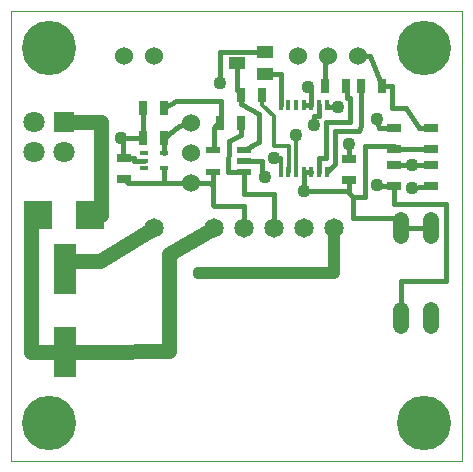
<source format=gtl>
G75*
G70*
%OFA0B0*%
%FSLAX24Y24*%
%IPPOS*%
%LPD*%
%AMOC8*
5,1,8,0,0,1.08239X$1,22.5*
%
%ADD10C,0.0000*%
%ADD11R,0.0472X0.0217*%
%ADD12R,0.0138X0.0354*%
%ADD13R,0.0276X0.0157*%
%ADD14R,0.0551X0.0394*%
%ADD15C,0.0520*%
%ADD16R,0.0760X0.1700*%
%ADD17R,0.0945X0.0945*%
%ADD18R,0.0315X0.0472*%
%ADD19C,0.0600*%
%ADD20R,0.0472X0.0315*%
%ADD21C,0.0650*%
%ADD22R,0.0709X0.0709*%
%ADD23C,0.0709*%
%ADD24C,0.0436*%
%ADD25C,0.0120*%
%ADD26C,0.0160*%
%ADD27C,0.0500*%
%ADD28C,0.0400*%
%ADD29C,0.1810*%
D10*
X000181Y000101D02*
X000181Y015097D01*
X015201Y015097D01*
X015201Y000101D01*
X000181Y000101D01*
D11*
X006920Y009727D03*
X006920Y010475D03*
X007943Y010475D03*
X007943Y010101D03*
X007943Y009727D03*
D12*
X009164Y009719D03*
X009420Y009719D03*
X009676Y009719D03*
X009931Y009719D03*
X010187Y009719D03*
X010443Y009719D03*
X010699Y009719D03*
X010699Y011963D03*
X010443Y011963D03*
X010187Y011963D03*
X009931Y011963D03*
X009676Y011963D03*
X009420Y011963D03*
X009164Y011963D03*
D13*
X005266Y010357D03*
X005266Y009845D03*
X004597Y009845D03*
X004597Y010101D03*
X004597Y010357D03*
D14*
X007709Y013351D03*
X008654Y013725D03*
X008654Y012977D03*
D15*
X013181Y008111D02*
X013181Y007591D01*
X014181Y007591D02*
X014181Y008111D01*
X014181Y005111D02*
X014181Y004591D01*
X013181Y004591D02*
X013181Y005111D01*
D16*
X001981Y006476D03*
X001981Y003726D03*
D17*
X002806Y008301D03*
X001056Y008301D03*
D18*
X004577Y010851D03*
X005286Y010851D03*
X005286Y011851D03*
X004577Y011851D03*
X007127Y011351D03*
X007836Y011351D03*
X007827Y012301D03*
X008536Y012301D03*
X010627Y012601D03*
X011336Y012601D03*
X011827Y012601D03*
X012536Y012601D03*
D19*
X011731Y013601D03*
X010731Y013601D03*
X009731Y013601D03*
X006181Y011351D03*
X006181Y010351D03*
X006181Y009351D03*
X004931Y013601D03*
X003931Y013601D03*
D20*
X003931Y010205D03*
X003931Y009496D03*
X011431Y009446D03*
X011431Y010155D03*
X012931Y009955D03*
X012931Y010496D03*
X012931Y011205D03*
X014181Y011205D03*
X014181Y010496D03*
X014181Y009955D03*
X014181Y009246D03*
X012931Y009246D03*
D21*
X010931Y007851D03*
X009931Y007851D03*
X008931Y007851D03*
X007931Y007851D03*
X006931Y007851D03*
X004931Y007851D03*
D22*
X001931Y011401D03*
D23*
X000931Y011401D03*
X000931Y010401D03*
X001931Y010401D03*
D24*
X003831Y010851D03*
X007131Y012701D03*
X008931Y010201D03*
X008631Y009551D03*
X009931Y009101D03*
X011431Y010651D03*
X012381Y011501D03*
X011081Y011901D03*
X010281Y011301D03*
X009681Y010951D03*
X010081Y012551D03*
X012381Y009301D03*
X013531Y009201D03*
X013531Y009951D03*
X006431Y006351D03*
D25*
X009164Y009719D02*
X009171Y009720D01*
X009177Y009724D01*
X009181Y009730D01*
X009182Y009737D01*
X009181Y009737D02*
X009181Y010201D01*
X008931Y010201D01*
X008931Y010601D02*
X008931Y011601D01*
X008531Y011951D01*
X008536Y012301D01*
X009681Y010951D02*
X009681Y009725D01*
X009682Y009725D02*
X009681Y009722D01*
X009679Y009720D01*
X009676Y009719D01*
X009431Y009719D02*
X009431Y010601D01*
X008931Y010601D01*
X009420Y009719D02*
X009431Y009719D01*
D26*
X009931Y009719D02*
X009931Y009101D01*
X011381Y009101D01*
X011431Y009101D01*
X011431Y009446D01*
X011381Y009101D02*
X011581Y008901D01*
X011981Y008901D01*
X011981Y010601D01*
X012931Y010601D01*
X012931Y010496D01*
X014181Y010496D01*
X014181Y009955D02*
X014177Y009951D01*
X013531Y009951D01*
X012936Y009951D01*
X012931Y009955D01*
X012931Y009246D02*
X012381Y009246D01*
X012381Y009301D01*
X012931Y009246D02*
X012931Y008651D01*
X014681Y008651D01*
X014681Y006101D01*
X013181Y006101D01*
X013181Y004851D01*
X013181Y007851D02*
X014181Y007851D01*
X013181Y007851D02*
X013181Y008201D01*
X011581Y008201D01*
X011581Y008901D01*
X010699Y009719D02*
X010981Y010001D01*
X010981Y011101D01*
X011781Y011101D01*
X011827Y011246D01*
X011827Y012601D01*
X011381Y012601D02*
X011381Y012201D01*
X011481Y012201D01*
X011481Y011401D01*
X011381Y011401D01*
X010681Y011401D01*
X010681Y010201D01*
X010443Y010201D01*
X010443Y009719D01*
X010187Y009719D02*
X009931Y009719D01*
X008931Y009001D02*
X008931Y007851D01*
X007931Y007851D02*
X007931Y008601D01*
X006931Y008601D01*
X006920Y008613D01*
X006920Y009727D01*
X006920Y009301D01*
X006881Y009301D01*
X006881Y009351D01*
X006181Y009351D01*
X005281Y009351D01*
X005266Y009685D01*
X005266Y009845D01*
X005281Y009351D02*
X004077Y009351D01*
X003931Y009496D01*
X004281Y010101D02*
X004281Y010205D01*
X003931Y010205D01*
X003931Y010250D01*
X003897Y010250D01*
X003897Y010801D01*
X003881Y010801D01*
X003831Y010851D01*
X004577Y010851D01*
X004577Y011851D01*
X005286Y011851D02*
X005681Y012101D01*
X007181Y012101D01*
X007181Y011351D01*
X007127Y011351D01*
X007181Y011351D02*
X007151Y011349D01*
X007121Y011344D01*
X007092Y011335D01*
X007065Y011322D01*
X007039Y011307D01*
X007015Y011288D01*
X006994Y011267D01*
X006975Y011243D01*
X006960Y011217D01*
X006947Y011190D01*
X006938Y011161D01*
X006933Y011131D01*
X006931Y011101D01*
X006931Y010487D01*
X006932Y010487D02*
X006931Y010482D01*
X006928Y010479D01*
X006925Y010476D01*
X006920Y010475D01*
X007431Y010751D02*
X007407Y009727D01*
X007943Y009727D01*
X007931Y009001D01*
X008931Y009001D01*
X008631Y009551D02*
X008531Y009551D01*
X008531Y010101D01*
X007943Y010101D01*
X007943Y010475D02*
X008443Y010739D01*
X008431Y011651D01*
X007831Y012001D01*
X007827Y012301D01*
X007709Y012455D01*
X007709Y013351D01*
X007131Y013725D02*
X007131Y012701D01*
X007131Y013725D02*
X008654Y013725D01*
X008654Y012977D02*
X009164Y012977D01*
X009164Y011963D01*
X009931Y011963D02*
X010187Y011963D01*
X010187Y012551D01*
X010081Y012551D01*
X010627Y012601D02*
X010627Y013496D01*
X010731Y013601D01*
X011731Y013601D02*
X012131Y013601D01*
X012536Y012601D01*
X012881Y012601D01*
X012881Y011851D01*
X013331Y011851D01*
X013781Y011201D01*
X014181Y011205D01*
X012931Y011205D02*
X012431Y011201D01*
X012381Y011501D01*
X011431Y010651D02*
X011431Y010155D01*
X010281Y011301D02*
X010281Y011601D01*
X010443Y011601D01*
X010443Y011963D01*
X010699Y011963D02*
X010699Y011901D01*
X011081Y011901D01*
X011336Y012601D02*
X011381Y012601D01*
X013531Y009201D02*
X014231Y009246D01*
X014181Y009246D01*
X007831Y010955D02*
X007431Y010751D01*
X007831Y010955D02*
X007836Y011351D01*
X006181Y011351D02*
X005786Y011246D01*
X005286Y010851D01*
X005286Y010607D01*
X005266Y010357D01*
X004597Y010101D02*
X004281Y010101D01*
D27*
X003181Y011401D02*
X001931Y011401D01*
X003181Y011401D02*
X003181Y008301D01*
X002806Y008301D01*
X003131Y006751D02*
X001931Y006751D01*
X001981Y006476D01*
X003131Y006751D02*
X004931Y007851D01*
X005431Y007001D02*
X005431Y003751D01*
X003056Y003726D01*
X001981Y003726D01*
X000831Y003726D01*
X000831Y008301D01*
X001056Y008301D01*
X005431Y007001D02*
X006931Y007851D01*
D28*
X006431Y006351D02*
X010931Y006351D01*
X010931Y007851D01*
D29*
X013931Y013851D03*
X001431Y013851D03*
X001431Y001351D03*
X013931Y001351D03*
M02*

</source>
